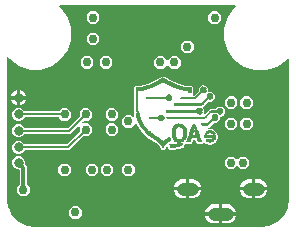
<source format=gbr>
G04 EAGLE Gerber RS-274X export*
G75*
%MOMM*%
%FSLAX34Y34*%
%LPD*%
%INBottom Copper*%
%IPPOS*%
%AMOC8*
5,1,8,0,0,1.08239X$1,22.5*%
G01*
G04 Define Apertures*
%ADD10R,0.018700X0.018738*%
%ADD11R,0.112500X0.018763*%
%ADD12R,0.037500X0.018763*%
%ADD13R,0.412500X0.018750*%
%ADD14R,0.056300X0.018750*%
%ADD15R,0.506300X0.018738*%
%ADD16R,0.093700X0.018738*%
%ADD17R,0.581300X0.018763*%
%ADD18R,0.656300X0.018738*%
%ADD19R,0.131300X0.018738*%
%ADD20R,0.731300X0.018763*%
%ADD21R,0.168700X0.018763*%
%ADD22R,0.806300X0.018750*%
%ADD23R,0.168700X0.018750*%
%ADD24R,0.037500X0.018738*%
%ADD25R,0.918800X0.018738*%
%ADD26R,0.206300X0.018738*%
%ADD27R,1.068800X0.018763*%
%ADD28R,0.243700X0.018763*%
%ADD29R,1.068800X0.018738*%
%ADD30R,0.243700X0.018738*%
%ADD31R,0.281300X0.018763*%
%ADD32R,1.068800X0.018750*%
%ADD33R,0.300000X0.018750*%
%ADD34R,0.318700X0.018738*%
%ADD35R,0.356300X0.018763*%
%ADD36R,0.693800X0.018738*%
%ADD37R,0.393700X0.018738*%
%ADD38R,0.618800X0.018763*%
%ADD39R,0.431300X0.018763*%
%ADD40R,0.525000X0.018750*%
%ADD41R,0.468700X0.018750*%
%ADD42R,0.468800X0.018738*%
%ADD43R,0.468700X0.018738*%
%ADD44R,0.375000X0.018763*%
%ADD45R,0.506300X0.018763*%
%ADD46R,0.300000X0.018738*%
%ADD47R,0.543700X0.018738*%
%ADD48R,0.150000X0.018763*%
%ADD49R,0.600000X0.018763*%
%ADD50R,0.656300X0.018750*%
%ADD51R,0.693700X0.018738*%
%ADD52R,0.168800X0.018763*%
%ADD53R,0.150000X0.018738*%
%ADD54R,0.337500X0.018738*%
%ADD55R,0.768700X0.018738*%
%ADD56R,0.318700X0.018763*%
%ADD57R,0.300000X0.018763*%
%ADD58R,0.487500X0.018763*%
%ADD59R,0.825000X0.018763*%
%ADD60R,0.431300X0.018750*%
%ADD61R,0.562500X0.018750*%
%ADD62R,0.881300X0.018750*%
%ADD63R,0.281200X0.018738*%
%ADD64R,0.637500X0.018738*%
%ADD65R,0.450000X0.018738*%
%ADD66R,0.281200X0.018763*%
%ADD67R,0.693800X0.018763*%
%ADD68R,0.468700X0.018763*%
%ADD69R,0.768800X0.018738*%
%ADD70R,0.487500X0.018738*%
%ADD71R,0.675000X0.018763*%
%ADD72R,0.806200X0.018763*%
%ADD73R,0.731300X0.018750*%
%ADD74R,0.281300X0.018750*%
%ADD75R,0.281200X0.018750*%
%ADD76R,0.843800X0.018750*%
%ADD77R,0.506300X0.018750*%
%ADD78R,0.487500X0.018750*%
%ADD79R,0.750000X0.018738*%
%ADD80R,0.881200X0.018738*%
%ADD81R,0.731200X0.018763*%
%ADD82R,0.918800X0.018763*%
%ADD83R,0.506200X0.018763*%
%ADD84R,0.731300X0.018738*%
%ADD85R,0.956200X0.018738*%
%ADD86R,0.337500X0.018763*%
%ADD87R,0.975000X0.018763*%
%ADD88R,0.450000X0.018763*%
%ADD89R,0.525000X0.018763*%
%ADD90R,0.318800X0.018750*%
%ADD91R,0.112500X0.018750*%
%ADD92R,1.012500X0.018750*%
%ADD93R,0.393700X0.018750*%
%ADD94R,0.281300X0.018738*%
%ADD95R,0.075000X0.018738*%
%ADD96R,0.431200X0.018738*%
%ADD97R,0.375000X0.018738*%
%ADD98R,0.525000X0.018738*%
%ADD99R,0.018700X0.018763*%
%ADD100R,0.393700X0.018763*%
%ADD101R,0.393800X0.018763*%
%ADD102R,0.356200X0.018763*%
%ADD103R,0.262500X0.018738*%
%ADD104R,0.356300X0.018738*%
%ADD105R,0.543800X0.018738*%
%ADD106R,0.262500X0.018763*%
%ADD107R,0.543800X0.018763*%
%ADD108R,0.243800X0.018750*%
%ADD109R,0.356200X0.018750*%
%ADD110R,0.337500X0.018750*%
%ADD111R,0.225000X0.018750*%
%ADD112R,0.543700X0.018750*%
%ADD113R,0.206200X0.018738*%
%ADD114R,1.031200X0.018763*%
%ADD115R,0.318800X0.018763*%
%ADD116R,1.031200X0.018738*%
%ADD117R,0.318800X0.018738*%
%ADD118R,0.131200X0.018738*%
%ADD119R,0.225000X0.018763*%
%ADD120R,0.093800X0.018763*%
%ADD121R,0.993800X0.018750*%
%ADD122R,0.318700X0.018750*%
%ADD123R,0.956300X0.018738*%
%ADD124R,0.993800X0.018738*%
%ADD125R,0.018800X0.018738*%
%ADD126R,0.956300X0.018763*%
%ADD127R,0.956200X0.018763*%
%ADD128R,0.956300X0.018750*%
%ADD129R,0.937500X0.018750*%
%ADD130R,0.918800X0.018750*%
%ADD131R,0.506200X0.018750*%
%ADD132R,0.937500X0.018738*%
%ADD133R,0.900000X0.018738*%
%ADD134R,0.243700X0.018750*%
%ADD135R,0.262500X0.018750*%
%ADD136R,0.468800X0.018750*%
%ADD137R,0.225000X0.018738*%
%ADD138R,0.243800X0.018763*%
%ADD139R,0.450000X0.018750*%
%ADD140R,0.431200X0.018750*%
%ADD141R,0.675000X0.018750*%
%ADD142R,0.637500X0.018763*%
%ADD143R,0.431200X0.018763*%
%ADD144R,0.581300X0.018750*%
%ADD145R,0.412500X0.018738*%
%ADD146R,0.412500X0.018763*%
%ADD147R,0.150000X0.018750*%
%ADD148R,0.393800X0.018738*%
%ADD149R,0.393800X0.018750*%
%ADD150R,0.375000X0.018750*%
%ADD151R,0.356200X0.018738*%
%ADD152R,0.356300X0.018750*%
%ADD153R,1.012500X0.018738*%
%ADD154R,0.975000X0.018750*%
%ADD155R,0.881200X0.018750*%
%ADD156R,0.843800X0.018738*%
%ADD157R,0.806200X0.018750*%
%ADD158R,0.562500X0.018763*%
%ADD159R,0.768800X0.018763*%
%ADD160R,0.581200X0.018750*%
%ADD161R,0.712500X0.018750*%
%ADD162R,0.618800X0.018750*%
%ADD163R,0.637500X0.018750*%
%ADD164R,0.243800X0.018738*%
%ADD165R,0.581200X0.018738*%
%ADD166R,0.656200X0.018763*%
%ADD167R,0.206200X0.018763*%
%ADD168R,0.075000X0.018750*%
%ADD169R,0.187500X0.018750*%
%ADD170R,0.187500X0.018738*%
%ADD171R,0.187500X0.018763*%
%ADD172R,0.131300X0.018763*%
%ADD173R,0.468800X0.018763*%
%ADD174R,3.206200X0.018763*%
%ADD175R,1.256300X0.018763*%
%ADD176R,3.243800X0.018750*%
%ADD177R,1.275000X0.018750*%
%ADD178R,3.281200X0.018750*%
%ADD179R,3.300000X0.018750*%
%ADD180R,1.293700X0.018750*%
%ADD181R,3.318700X0.018738*%
%ADD182R,1.275000X0.018738*%
%ADD183R,3.318800X0.018750*%
%ADD184R,3.318700X0.018763*%
%ADD185R,0.206300X0.018750*%
%ADD186R,0.206200X0.018750*%
%ADD187R,0.206300X0.018763*%
%ADD188R,0.112500X0.018738*%
%ADD189R,0.056300X0.018763*%
%ADD190R,0.075000X0.018763*%
%ADD191R,1.162500X0.018750*%
%ADD192R,3.037500X0.018750*%
%ADD193R,1.143800X0.018738*%
%ADD194R,3.075000X0.018738*%
%ADD195R,1.125000X0.018750*%
%ADD196R,3.075000X0.018750*%
%ADD197R,1.106300X0.018750*%
%ADD198R,3.093700X0.018750*%
%ADD199R,1.087500X0.018763*%
%ADD200R,3.075000X0.018763*%
%ADD201R,1.050000X0.018763*%
%ADD202R,3.056200X0.018763*%
%ADD203R,3.018700X0.018738*%
%ADD204R,0.168800X0.018750*%
%ADD205R,0.168700X0.018738*%
%ADD206R,2.343800X0.018750*%
%ADD207R,2.381200X0.018763*%
%ADD208R,2.400000X0.018738*%
%ADD209R,2.418700X0.018763*%
%ADD210R,2.437500X0.018738*%
%ADD211R,2.456200X0.018750*%
%ADD212R,2.456300X0.018763*%
%ADD213R,1.293800X0.018738*%
%ADD214R,2.137500X0.018738*%
%ADD215R,1.331200X0.018750*%
%ADD216R,2.156300X0.018750*%
%ADD217R,1.350000X0.018750*%
%ADD218R,2.175000X0.018750*%
%ADD219R,1.368700X0.018763*%
%ADD220R,2.193700X0.018763*%
%ADD221R,1.387500X0.018750*%
%ADD222R,1.406200X0.018738*%
%ADD223R,2.156300X0.018738*%
%ADD224R,1.406300X0.018750*%
%ADD225R,2.137500X0.018750*%
%ADD226R,0.431300X0.018738*%
%ADD227R,0.093800X0.018750*%
%ADD228R,0.618700X0.018750*%
%ADD229R,0.618700X0.018763*%
%ADD230R,0.506200X0.018738*%
%ADD231R,0.806200X0.018738*%
%ADD232R,0.900000X0.018750*%
%ADD233R,0.787500X0.018750*%
%ADD234R,0.956200X0.018750*%
%ADD235R,0.843700X0.018750*%
%ADD236R,1.031200X0.018750*%
%ADD237R,0.918700X0.018750*%
%ADD238R,1.068700X0.018763*%
%ADD239R,1.125000X0.018738*%
%ADD240R,1.181200X0.018763*%
%ADD241R,1.237500X0.018738*%
%ADD242R,1.143700X0.018738*%
%ADD243R,1.181200X0.018750*%
%ADD244R,1.331200X0.018763*%
%ADD245R,1.237500X0.018763*%
%ADD246R,1.350000X0.018738*%
%ADD247R,1.406300X0.018763*%
%ADD248R,1.068700X0.018738*%
%ADD249R,0.056200X0.018763*%
%ADD250R,0.862500X0.018763*%
%ADD251R,0.881300X0.018763*%
%ADD252R,0.862500X0.018738*%
%ADD253R,0.806300X0.018738*%
%ADD254R,0.768800X0.018750*%
%ADD255R,0.768700X0.018750*%
%ADD256R,0.768700X0.018763*%
%ADD257R,0.731200X0.018738*%
%ADD258R,0.750000X0.018763*%
%ADD259R,0.712500X0.018738*%
%ADD260R,0.693800X0.018750*%
%ADD261R,0.675000X0.018738*%
%ADD262R,0.656300X0.018763*%
%ADD263R,0.618700X0.018738*%
%ADD264R,0.600000X0.018738*%
%ADD265R,0.618800X0.018738*%
%ADD266R,1.162500X0.018738*%
%ADD267R,1.068700X0.018750*%
%ADD268R,1.012500X0.018763*%
%ADD269R,0.543700X0.018763*%
%ADD270R,0.093700X0.018750*%
%ADD271C,1.100000*%
%ADD272C,0.800000*%
%ADD273C,0.756400*%
%ADD274C,0.304800*%
%ADD275C,0.203200*%
G36*
X216019Y1279D02*
X215900Y1270D01*
X25400Y1270D01*
X25281Y1279D01*
X18060Y2423D01*
X17833Y2497D01*
X11319Y5816D01*
X11126Y5956D01*
X5956Y11126D01*
X5816Y11319D01*
X2497Y17833D01*
X2423Y18060D01*
X1279Y25281D01*
X1270Y25400D01*
X1270Y144602D01*
X1367Y144973D01*
X1565Y145203D01*
X1836Y145338D01*
X2139Y145356D01*
X2425Y145254D01*
X2648Y145049D01*
X3785Y143485D01*
X11522Y137864D01*
X20618Y134908D01*
X30182Y134908D01*
X39278Y137864D01*
X47015Y143485D01*
X52636Y151222D01*
X55592Y160318D01*
X55592Y169882D01*
X52636Y178978D01*
X47015Y186715D01*
X45451Y187852D01*
X45207Y188149D01*
X45137Y188444D01*
X45188Y188743D01*
X45351Y188998D01*
X45601Y189170D01*
X45898Y189230D01*
X194257Y189230D01*
X194629Y189133D01*
X194859Y188935D01*
X194993Y188664D01*
X195011Y188361D01*
X194910Y188075D01*
X194705Y187852D01*
X193803Y187197D01*
X188057Y179287D01*
X185035Y169988D01*
X185035Y160212D01*
X188057Y150913D01*
X193803Y143003D01*
X201713Y137257D01*
X211012Y134235D01*
X220788Y134235D01*
X230087Y137257D01*
X237997Y143003D01*
X238652Y143905D01*
X238949Y144149D01*
X239244Y144219D01*
X239543Y144168D01*
X239798Y144004D01*
X239970Y143754D01*
X240030Y143457D01*
X240030Y25400D01*
X240021Y25281D01*
X238877Y18060D01*
X238803Y17833D01*
X235484Y11319D01*
X235344Y11126D01*
X230174Y5956D01*
X229981Y5816D01*
X223467Y2497D01*
X223240Y2423D01*
X216019Y1279D01*
G37*
%LPC*%
G36*
X174802Y173694D02*
X179198Y173694D01*
X182306Y176802D01*
X182306Y181198D01*
X179198Y184306D01*
X174802Y184306D01*
X171694Y181198D01*
X171694Y176802D01*
X174802Y173694D01*
G37*
G36*
X71802Y173694D02*
X76198Y173694D01*
X79306Y176802D01*
X79306Y181198D01*
X76198Y184306D01*
X71802Y184306D01*
X68694Y181198D01*
X68694Y176802D01*
X71802Y173694D01*
G37*
G36*
X71802Y155694D02*
X76198Y155694D01*
X79306Y158802D01*
X79306Y163198D01*
X76198Y166306D01*
X71802Y166306D01*
X68694Y163198D01*
X68694Y158802D01*
X71802Y155694D01*
G37*
G36*
X151802Y148694D02*
X156198Y148694D01*
X159306Y151802D01*
X159306Y156198D01*
X156198Y159306D01*
X151802Y159306D01*
X148694Y156198D01*
X148694Y151802D01*
X151802Y148694D01*
G37*
G36*
X128802Y135694D02*
X133198Y135694D01*
X136461Y138957D01*
X136692Y139115D01*
X136988Y139180D01*
X137286Y139125D01*
X137539Y138957D01*
X140802Y135694D01*
X145198Y135694D01*
X148306Y138802D01*
X148306Y143198D01*
X145198Y146306D01*
X140802Y146306D01*
X137539Y143043D01*
X137308Y142885D01*
X137012Y142820D01*
X136714Y142875D01*
X136461Y143043D01*
X133198Y146306D01*
X128802Y146306D01*
X125694Y143198D01*
X125694Y138802D01*
X128802Y135694D01*
G37*
G36*
X82802Y135694D02*
X87198Y135694D01*
X90306Y138802D01*
X90306Y143198D01*
X87198Y146306D01*
X82802Y146306D01*
X79694Y143198D01*
X79694Y138802D01*
X82802Y135694D01*
G37*
G36*
X66802Y135694D02*
X71198Y135694D01*
X74306Y138802D01*
X74306Y143198D01*
X71198Y146306D01*
X66802Y146306D01*
X63694Y143198D01*
X63694Y138802D01*
X66802Y135694D01*
G37*
G36*
X132837Y66757D02*
X134287Y66757D01*
X135211Y67681D01*
X135236Y67807D01*
X135403Y68060D01*
X135586Y68243D01*
X135611Y68370D01*
X135778Y68623D01*
X135961Y68806D01*
X135986Y68932D01*
X136153Y69185D01*
X136340Y69372D01*
X136341Y69374D01*
X136456Y69489D01*
X136676Y69642D01*
X136971Y69711D01*
X137270Y69661D01*
X137525Y69497D01*
X137697Y69247D01*
X137757Y68950D01*
X137757Y68213D01*
X138837Y67132D01*
X139834Y67132D01*
X140120Y67077D01*
X140320Y66945D01*
X142742Y66945D01*
X142931Y67072D01*
X143229Y67132D01*
X144243Y67132D01*
X144431Y67259D01*
X144728Y67320D01*
X144993Y67320D01*
X145181Y67447D01*
X145478Y67507D01*
X145742Y67507D01*
X145931Y67634D01*
X146229Y67695D01*
X146493Y67695D01*
X146681Y67822D01*
X146978Y67882D01*
X147242Y67882D01*
X147431Y68009D01*
X147729Y68070D01*
X147993Y68070D01*
X148181Y68197D01*
X148478Y68257D01*
X150600Y68257D01*
X151493Y69150D01*
X151493Y70870D01*
X151544Y71145D01*
X151708Y71400D01*
X151958Y71572D01*
X152255Y71632D01*
X156788Y71632D01*
X157899Y72743D01*
X157924Y72871D01*
X158055Y73069D01*
X158055Y73334D01*
X158111Y73620D01*
X158273Y73865D01*
X158299Y73996D01*
X158430Y74194D01*
X158430Y74245D01*
X158481Y74520D01*
X158645Y74775D01*
X158895Y74947D01*
X159192Y75007D01*
X160245Y75007D01*
X160520Y74956D01*
X160775Y74793D01*
X160947Y74542D01*
X160968Y74439D01*
X160972Y74435D01*
X161135Y74194D01*
X161195Y73896D01*
X161195Y73820D01*
X161322Y73632D01*
X161382Y73335D01*
X161382Y73258D01*
X161510Y73069D01*
X161570Y72771D01*
X161570Y72712D01*
X162650Y71632D01*
X166725Y71632D01*
X167711Y72618D01*
X167942Y72776D01*
X168238Y72841D01*
X168536Y72786D01*
X168789Y72618D01*
X169056Y72351D01*
X169182Y72327D01*
X169427Y72164D01*
X169558Y72139D01*
X169802Y71977D01*
X169933Y71952D01*
X170132Y71820D01*
X170209Y71820D01*
X170495Y71764D01*
X170695Y71632D01*
X171147Y71632D01*
X171433Y71577D01*
X171631Y71445D01*
X174430Y71445D01*
X174618Y71572D01*
X174915Y71632D01*
X175179Y71632D01*
X175368Y71759D01*
X175666Y71820D01*
X175743Y71820D01*
X175931Y71947D01*
X176070Y71975D01*
X176306Y72134D01*
X176443Y72162D01*
X176815Y72534D01*
X177056Y72697D01*
X177193Y72725D01*
X178336Y73868D01*
X178361Y73995D01*
X178528Y74248D01*
X178899Y74618D01*
X178924Y74746D01*
X179085Y74990D01*
X179111Y75120D01*
X179273Y75365D01*
X179299Y75496D01*
X179430Y75694D01*
X179430Y76146D01*
X179486Y76432D01*
X179618Y76632D01*
X179618Y79242D01*
X179490Y79432D01*
X179430Y79729D01*
X179430Y80180D01*
X179303Y80368D01*
X179275Y80507D01*
X179115Y80744D01*
X179055Y81041D01*
X179055Y81100D01*
X178903Y81252D01*
X178740Y81494D01*
X178713Y81631D01*
X176819Y83524D01*
X176692Y83549D01*
X176440Y83716D01*
X176257Y83899D01*
X176129Y83923D01*
X175930Y84055D01*
X175854Y84055D01*
X175568Y84111D01*
X175368Y84243D01*
X175103Y84243D01*
X174817Y84299D01*
X174618Y84430D01*
X172551Y84430D01*
X172287Y84477D01*
X172029Y84637D01*
X171854Y84884D01*
X171789Y85180D01*
X171844Y85478D01*
X172012Y85731D01*
X175341Y89060D01*
X175341Y89061D01*
X175502Y89222D01*
X175502Y89222D01*
X176065Y89784D01*
X176306Y89947D01*
X176604Y90007D01*
X178743Y90007D01*
X178931Y90134D01*
X179070Y90163D01*
X179306Y90322D01*
X179443Y90350D01*
X180774Y91681D01*
X180799Y91808D01*
X180960Y92052D01*
X180986Y92182D01*
X181118Y92382D01*
X181118Y92460D01*
X181174Y92746D01*
X181305Y92944D01*
X181305Y94308D01*
X181356Y94582D01*
X181520Y94838D01*
X181770Y95009D01*
X182067Y95070D01*
X182492Y95070D01*
X182681Y95197D01*
X182979Y95257D01*
X183243Y95257D01*
X183431Y95384D01*
X183570Y95413D01*
X183806Y95572D01*
X183943Y95600D01*
X185086Y96743D01*
X185111Y96870D01*
X185278Y97123D01*
X185430Y97275D01*
X185430Y97334D01*
X185486Y97620D01*
X185618Y97820D01*
X185618Y100617D01*
X185490Y100806D01*
X185430Y101104D01*
X185430Y101163D01*
X185091Y101502D01*
X185091Y101502D01*
X183752Y102841D01*
X183752Y102841D01*
X183600Y102993D01*
X183540Y102993D01*
X183254Y103048D01*
X183055Y103180D01*
X180070Y103180D01*
X179882Y103053D01*
X179585Y102993D01*
X179525Y102993D01*
X179373Y102841D01*
X179373Y102841D01*
X178248Y101716D01*
X178006Y101553D01*
X177709Y101493D01*
X173507Y101493D01*
X173319Y101366D01*
X173022Y101305D01*
X172962Y101305D01*
X171873Y100216D01*
X171873Y100216D01*
X169481Y97824D01*
X169261Y97671D01*
X168966Y97601D01*
X168667Y97652D01*
X168412Y97815D01*
X168240Y98066D01*
X168180Y98363D01*
X168180Y100805D01*
X168053Y100993D01*
X168026Y101130D01*
X167841Y101314D01*
X167678Y101556D01*
X167651Y101693D01*
X167382Y101961D01*
X167224Y102192D01*
X167159Y102488D01*
X167214Y102786D01*
X167382Y103039D01*
X171940Y107597D01*
X172181Y107759D01*
X172478Y107820D01*
X174430Y107820D01*
X174618Y107947D01*
X174915Y108007D01*
X174975Y108007D01*
X176836Y109868D01*
X176861Y109995D01*
X176993Y110195D01*
X176993Y110272D01*
X177049Y110558D01*
X177180Y110756D01*
X177180Y112992D01*
X177053Y113180D01*
X176993Y113478D01*
X176993Y113555D01*
X176865Y113744D01*
X176838Y113881D01*
X175502Y115216D01*
X175502Y115216D01*
X175132Y115586D01*
X175004Y115611D01*
X174805Y115743D01*
X174729Y115743D01*
X174443Y115798D01*
X174243Y115930D01*
X172317Y115930D01*
X172042Y115982D01*
X171787Y116145D01*
X171615Y116395D01*
X171555Y116692D01*
X171555Y118992D01*
X171428Y119180D01*
X171400Y119319D01*
X171240Y119556D01*
X171213Y119693D01*
X169882Y121024D01*
X169755Y121049D01*
X169502Y121216D01*
X169350Y121368D01*
X168916Y121368D01*
X168630Y121423D01*
X168430Y121555D01*
X166571Y121555D01*
X166382Y121428D01*
X166084Y121368D01*
X165820Y121368D01*
X165632Y121241D01*
X165495Y121213D01*
X163784Y119502D01*
X163784Y119502D01*
X163632Y119350D01*
X163632Y119290D01*
X163576Y119004D01*
X163445Y118806D01*
X163445Y116854D01*
X163389Y116568D01*
X163222Y116315D01*
X159873Y112966D01*
X159631Y112803D01*
X159334Y112743D01*
X159050Y112743D01*
X158787Y112790D01*
X158529Y112949D01*
X158354Y113196D01*
X158289Y113493D01*
X158344Y113791D01*
X158512Y114044D01*
X158993Y114525D01*
X158993Y117305D01*
X158865Y117494D01*
X158805Y117791D01*
X158805Y119743D01*
X158678Y119931D01*
X158618Y120228D01*
X158618Y120475D01*
X157725Y121368D01*
X155507Y121368D01*
X155319Y121241D01*
X155022Y121180D01*
X154570Y121180D01*
X154382Y121053D01*
X154085Y120993D01*
X153728Y120993D01*
X153442Y121049D01*
X153244Y121180D01*
X152603Y121180D01*
X152317Y121236D01*
X152118Y121368D01*
X151479Y121368D01*
X151193Y121423D01*
X150993Y121555D01*
X150915Y121555D01*
X150629Y121611D01*
X150431Y121743D01*
X150166Y121743D01*
X149880Y121798D01*
X149680Y121930D01*
X149603Y121930D01*
X149317Y121986D01*
X149119Y122118D01*
X148853Y122118D01*
X148567Y122173D01*
X148323Y122336D01*
X148193Y122361D01*
X147993Y122493D01*
X147728Y122493D01*
X147442Y122549D01*
X147198Y122711D01*
X147068Y122736D01*
X146868Y122868D01*
X146790Y122868D01*
X146504Y122924D01*
X146306Y123055D01*
X146228Y123055D01*
X145942Y123111D01*
X145698Y123273D01*
X145568Y123298D01*
X145368Y123430D01*
X145290Y123430D01*
X145004Y123486D01*
X144760Y123648D01*
X144630Y123673D01*
X144385Y123836D01*
X144254Y123861D01*
X144056Y123993D01*
X143978Y123993D01*
X143692Y124048D01*
X143448Y124211D01*
X143318Y124236D01*
X143073Y124398D01*
X142942Y124424D01*
X142698Y124586D01*
X142568Y124611D01*
X142368Y124743D01*
X142291Y124743D01*
X142005Y124799D01*
X141752Y124966D01*
X141600Y125118D01*
X141541Y125118D01*
X141255Y125173D01*
X141010Y125336D01*
X140879Y125361D01*
X140635Y125523D01*
X140505Y125548D01*
X140260Y125711D01*
X140129Y125736D01*
X139885Y125898D01*
X139754Y125923D01*
X139510Y126086D01*
X139380Y126111D01*
X139134Y126273D01*
X139005Y126299D01*
X138752Y126466D01*
X138569Y126649D01*
X138442Y126674D01*
X138198Y126836D01*
X138067Y126861D01*
X137823Y127023D01*
X137693Y127048D01*
X137440Y127216D01*
X137257Y127399D01*
X137130Y127423D01*
X136885Y127586D01*
X136754Y127611D01*
X136510Y127773D01*
X136380Y127798D01*
X136127Y127966D01*
X135944Y128149D01*
X135817Y128174D01*
X135573Y128336D01*
X135443Y128361D01*
X135190Y128528D01*
X135007Y128711D01*
X134879Y128736D01*
X134635Y128898D01*
X134505Y128923D01*
X134305Y129055D01*
X132821Y129055D01*
X132632Y128928D01*
X132493Y128900D01*
X132257Y128741D01*
X132120Y128713D01*
X131935Y128528D01*
X131694Y128366D01*
X131555Y128337D01*
X131319Y128178D01*
X131182Y128150D01*
X130998Y127966D01*
X130756Y127803D01*
X130618Y127775D01*
X130382Y127616D01*
X130243Y127588D01*
X130007Y127428D01*
X129870Y127400D01*
X129685Y127216D01*
X129444Y127053D01*
X129305Y127025D01*
X129069Y126866D01*
X128930Y126837D01*
X128694Y126678D01*
X128555Y126650D01*
X128319Y126491D01*
X128180Y126462D01*
X127944Y126303D01*
X127807Y126275D01*
X127623Y126091D01*
X127381Y125928D01*
X127084Y125868D01*
X127025Y125868D01*
X126873Y125716D01*
X126631Y125553D01*
X126334Y125493D01*
X126257Y125493D01*
X126069Y125366D01*
X125930Y125338D01*
X125694Y125178D01*
X125555Y125150D01*
X125319Y124991D01*
X125180Y124962D01*
X124944Y124803D01*
X124805Y124775D01*
X124569Y124616D01*
X124430Y124587D01*
X124194Y124428D01*
X124055Y124400D01*
X123819Y124241D01*
X123680Y124212D01*
X123444Y124053D01*
X123147Y123993D01*
X123070Y123993D01*
X122882Y123866D01*
X122743Y123838D01*
X122507Y123678D01*
X122209Y123618D01*
X122132Y123618D01*
X121944Y123491D01*
X121805Y123463D01*
X121569Y123303D01*
X121271Y123243D01*
X121195Y123243D01*
X121007Y123116D01*
X120868Y123087D01*
X120632Y122928D01*
X120335Y122868D01*
X120071Y122868D01*
X119882Y122741D01*
X119743Y122712D01*
X119507Y122553D01*
X119210Y122493D01*
X118946Y122493D01*
X118757Y122366D01*
X118618Y122337D01*
X118382Y122178D01*
X118085Y122118D01*
X117820Y122118D01*
X117632Y121991D01*
X117335Y121930D01*
X117258Y121930D01*
X117069Y121803D01*
X116771Y121743D01*
X116507Y121743D01*
X116319Y121616D01*
X116022Y121555D01*
X115758Y121555D01*
X115569Y121428D01*
X115271Y121368D01*
X114445Y121368D01*
X114257Y121241D01*
X113960Y121180D01*
X112478Y121180D01*
X112192Y121236D01*
X111993Y121368D01*
X109963Y121368D01*
X109070Y120475D01*
X109070Y95341D01*
X109023Y95078D01*
X108864Y94820D01*
X108616Y94645D01*
X108320Y94580D01*
X108022Y94635D01*
X107769Y94803D01*
X106198Y96374D01*
X101802Y96374D01*
X98694Y93266D01*
X98694Y88870D01*
X101802Y85762D01*
X106198Y85762D01*
X109306Y88870D01*
X109306Y89011D01*
X109353Y89275D01*
X109512Y89533D01*
X109760Y89708D01*
X110056Y89773D01*
X110354Y89718D01*
X110607Y89550D01*
X110722Y89435D01*
X110885Y89194D01*
X110913Y89056D01*
X111072Y88820D01*
X111100Y88681D01*
X111260Y88444D01*
X111288Y88305D01*
X111447Y88070D01*
X111475Y87931D01*
X111635Y87694D01*
X111663Y87555D01*
X111822Y87320D01*
X111850Y87181D01*
X112010Y86944D01*
X112037Y86807D01*
X112222Y86623D01*
X112385Y86381D01*
X112413Y86243D01*
X112572Y86007D01*
X112600Y85870D01*
X112784Y85686D01*
X112947Y85444D01*
X112974Y85308D01*
X113159Y85123D01*
X113322Y84882D01*
X113349Y84745D01*
X113534Y84561D01*
X113697Y84319D01*
X113724Y84183D01*
X113909Y83998D01*
X113909Y83998D01*
X114097Y83810D01*
X114260Y83569D01*
X114287Y83432D01*
X114659Y83061D01*
X114659Y83060D01*
X115034Y82686D01*
X115197Y82444D01*
X115224Y82308D01*
X115409Y82123D01*
X115409Y82123D01*
X118623Y78909D01*
X118623Y78909D01*
X119556Y77976D01*
X119683Y77952D01*
X119935Y77784D01*
X120493Y77226D01*
X120620Y77202D01*
X120873Y77034D01*
X121431Y76476D01*
X121557Y76452D01*
X121810Y76284D01*
X122181Y75914D01*
X122308Y75889D01*
X122561Y75722D01*
X122743Y75539D01*
X122870Y75514D01*
X123123Y75347D01*
X123306Y75164D01*
X123432Y75139D01*
X123685Y74972D01*
X123868Y74789D01*
X123995Y74764D01*
X124248Y74597D01*
X124431Y74414D01*
X124558Y74389D01*
X124802Y74227D01*
X124932Y74202D01*
X125185Y74034D01*
X125368Y73851D01*
X125495Y73827D01*
X125748Y73659D01*
X125931Y73476D01*
X126058Y73452D01*
X126311Y73284D01*
X126493Y73101D01*
X126621Y73077D01*
X126865Y72914D01*
X126995Y72889D01*
X127248Y72722D01*
X127431Y72539D01*
X127558Y72514D01*
X127811Y72347D01*
X127993Y72164D01*
X128120Y72139D01*
X128373Y71972D01*
X128556Y71789D01*
X128682Y71764D01*
X128935Y71597D01*
X129498Y71034D01*
X129498Y71034D01*
X129659Y70873D01*
X129659Y70873D01*
X130222Y70310D01*
X130385Y70069D01*
X130412Y69932D01*
X130597Y69748D01*
X130760Y69506D01*
X130787Y69370D01*
X130972Y69185D01*
X131135Y68944D01*
X131163Y68805D01*
X131322Y68570D01*
X131350Y68432D01*
X131534Y68248D01*
X131697Y68007D01*
X131724Y67870D01*
X132837Y66757D01*
G37*
G36*
X4552Y112524D02*
X9476Y112524D01*
X9476Y117448D01*
X7295Y116544D01*
X5456Y114705D01*
X4552Y112524D01*
G37*
G36*
X12524Y112524D02*
X17448Y112524D01*
X16544Y114705D01*
X14705Y116544D01*
X12524Y117448D01*
X12524Y112524D01*
G37*
G36*
X188802Y101694D02*
X193198Y101694D01*
X196306Y104802D01*
X196306Y109198D01*
X193198Y112306D01*
X188802Y112306D01*
X185694Y109198D01*
X185694Y104802D01*
X188802Y101694D01*
G37*
G36*
X201802Y101694D02*
X206198Y101694D01*
X209306Y104802D01*
X209306Y109198D01*
X206198Y112306D01*
X201802Y112306D01*
X198694Y109198D01*
X198694Y104802D01*
X201802Y101694D01*
G37*
G36*
X12524Y109476D02*
X12524Y104552D01*
X14705Y105456D01*
X16544Y107295D01*
X17448Y109476D01*
X12524Y109476D01*
G37*
G36*
X7295Y105456D02*
X9476Y104552D01*
X9476Y109476D01*
X4552Y109476D01*
X5456Y107295D01*
X7295Y105456D01*
G37*
G36*
X9901Y91476D02*
X12099Y91476D01*
X14129Y92317D01*
X15683Y93871D01*
X15732Y93990D01*
X15889Y94228D01*
X16139Y94400D01*
X16436Y94460D01*
X44721Y94460D01*
X45007Y94404D01*
X45259Y94237D01*
X47802Y91694D01*
X52198Y91694D01*
X55306Y94802D01*
X55306Y99198D01*
X52198Y102306D01*
X47802Y102306D01*
X45259Y99763D01*
X45018Y99600D01*
X44721Y99540D01*
X16436Y99540D01*
X16156Y99593D01*
X15902Y99759D01*
X15732Y100010D01*
X15683Y100129D01*
X14129Y101683D01*
X12099Y102524D01*
X9901Y102524D01*
X7871Y101683D01*
X6317Y100129D01*
X5476Y98099D01*
X5476Y95901D01*
X6317Y93871D01*
X7871Y92317D01*
X9901Y91476D01*
G37*
G36*
X87802Y91694D02*
X92198Y91694D01*
X95306Y94802D01*
X95306Y99198D01*
X92198Y102306D01*
X87802Y102306D01*
X84694Y99198D01*
X84694Y94802D01*
X87802Y91694D01*
G37*
G36*
X9901Y63476D02*
X12099Y63476D01*
X14129Y64317D01*
X15683Y65871D01*
X15732Y65990D01*
X15889Y66228D01*
X16139Y66400D01*
X16436Y66460D01*
X54052Y66460D01*
X66063Y78471D01*
X66305Y78634D01*
X66602Y78694D01*
X70198Y78694D01*
X73306Y81802D01*
X73306Y86198D01*
X70198Y89306D01*
X65738Y89306D01*
X65474Y89353D01*
X65216Y89512D01*
X65041Y89760D01*
X64976Y90056D01*
X65031Y90354D01*
X65199Y90607D01*
X66063Y91471D01*
X66305Y91634D01*
X66602Y91694D01*
X70198Y91694D01*
X73306Y94802D01*
X73306Y99198D01*
X70198Y102306D01*
X65802Y102306D01*
X62694Y99198D01*
X62694Y95602D01*
X62638Y95316D01*
X62471Y95063D01*
X53171Y85763D01*
X52930Y85600D01*
X52632Y85540D01*
X16436Y85540D01*
X16156Y85593D01*
X15902Y85759D01*
X15732Y86010D01*
X15683Y86129D01*
X14129Y87683D01*
X12099Y88524D01*
X9901Y88524D01*
X7871Y87683D01*
X6317Y86129D01*
X5476Y84099D01*
X5476Y81901D01*
X6317Y79871D01*
X7871Y78317D01*
X9901Y77476D01*
X12099Y77476D01*
X14129Y78317D01*
X15683Y79871D01*
X15732Y79990D01*
X15889Y80228D01*
X16139Y80400D01*
X16436Y80460D01*
X55052Y80460D01*
X61393Y86801D01*
X61613Y86954D01*
X61908Y87024D01*
X62207Y86973D01*
X62462Y86810D01*
X62634Y86560D01*
X62694Y86262D01*
X62694Y82602D01*
X62638Y82316D01*
X62471Y82063D01*
X52171Y71763D01*
X51930Y71600D01*
X51632Y71540D01*
X16436Y71540D01*
X16156Y71593D01*
X15902Y71759D01*
X15732Y72010D01*
X15683Y72129D01*
X14129Y73683D01*
X12099Y74524D01*
X9901Y74524D01*
X7871Y73683D01*
X6317Y72129D01*
X5476Y70099D01*
X5476Y67901D01*
X6317Y65871D01*
X7871Y64317D01*
X9901Y63476D01*
G37*
G36*
X201802Y83694D02*
X206198Y83694D01*
X209306Y86802D01*
X209306Y91198D01*
X206198Y94306D01*
X201802Y94306D01*
X198694Y91198D01*
X198694Y86802D01*
X201802Y83694D01*
G37*
G36*
X188802Y83694D02*
X193198Y83694D01*
X196306Y86802D01*
X196306Y91198D01*
X193198Y94306D01*
X188802Y94306D01*
X185694Y91198D01*
X185694Y86802D01*
X188802Y83694D01*
G37*
G36*
X87802Y78694D02*
X92198Y78694D01*
X95306Y81802D01*
X95306Y86198D01*
X92198Y89306D01*
X87802Y89306D01*
X84694Y86198D01*
X84694Y81802D01*
X87802Y78694D01*
G37*
G36*
X12802Y27694D02*
X17198Y27694D01*
X20306Y30802D01*
X20306Y35198D01*
X18271Y37233D01*
X18108Y37474D01*
X18048Y37771D01*
X18048Y53263D01*
X16747Y54563D01*
X16584Y54805D01*
X16524Y55102D01*
X16524Y57099D01*
X15683Y59129D01*
X14129Y60683D01*
X12099Y61524D01*
X9901Y61524D01*
X7871Y60683D01*
X6317Y59129D01*
X5476Y57099D01*
X5476Y54901D01*
X6317Y52871D01*
X7871Y51317D01*
X9901Y50476D01*
X11190Y50476D01*
X11465Y50425D01*
X11720Y50261D01*
X11892Y50011D01*
X11952Y49714D01*
X11952Y37771D01*
X11896Y37485D01*
X11729Y37233D01*
X9694Y35198D01*
X9694Y30802D01*
X12802Y27694D01*
G37*
G36*
X188802Y50694D02*
X193198Y50694D01*
X195461Y52957D01*
X195692Y53115D01*
X195988Y53180D01*
X196286Y53125D01*
X196539Y52957D01*
X198802Y50694D01*
X203198Y50694D01*
X206306Y53802D01*
X206306Y58198D01*
X203198Y61306D01*
X198802Y61306D01*
X196539Y59043D01*
X196308Y58885D01*
X196012Y58820D01*
X195714Y58875D01*
X195461Y59043D01*
X193198Y61306D01*
X188802Y61306D01*
X185694Y58198D01*
X185694Y53802D01*
X188802Y50694D01*
G37*
G36*
X101802Y44694D02*
X106198Y44694D01*
X109306Y47802D01*
X109306Y52198D01*
X106198Y55306D01*
X101802Y55306D01*
X98694Y52198D01*
X98694Y47802D01*
X101802Y44694D01*
G37*
G36*
X83802Y44694D02*
X88198Y44694D01*
X91306Y47802D01*
X91306Y52198D01*
X88198Y55306D01*
X83802Y55306D01*
X80694Y52198D01*
X80694Y47802D01*
X83802Y44694D01*
G37*
G36*
X70802Y44694D02*
X75198Y44694D01*
X78306Y47802D01*
X78306Y52198D01*
X75198Y55306D01*
X70802Y55306D01*
X67694Y52198D01*
X67694Y47802D01*
X70802Y44694D01*
G37*
G36*
X47802Y44694D02*
X52198Y44694D01*
X55306Y47802D01*
X55306Y52198D01*
X52198Y55306D01*
X47802Y55306D01*
X44694Y52198D01*
X44694Y47802D01*
X47802Y44694D01*
G37*
G36*
X198440Y35684D02*
X208456Y35684D01*
X208456Y42200D01*
X204881Y42200D01*
X201926Y40976D01*
X199664Y38714D01*
X198440Y35759D01*
X198440Y35684D01*
G37*
G36*
X142440Y35684D02*
X152456Y35684D01*
X152456Y42200D01*
X148881Y42200D01*
X145926Y40976D01*
X143664Y38714D01*
X142440Y35759D01*
X142440Y35684D01*
G37*
G36*
X155504Y35684D02*
X165520Y35684D01*
X165520Y35759D01*
X164296Y38714D01*
X162034Y40976D01*
X159079Y42200D01*
X155504Y42200D01*
X155504Y35684D01*
G37*
G36*
X211504Y35684D02*
X221520Y35684D01*
X221520Y35759D01*
X220296Y38714D01*
X218034Y40976D01*
X215079Y42200D01*
X211504Y42200D01*
X211504Y35684D01*
G37*
G36*
X211504Y26120D02*
X215079Y26120D01*
X218034Y27344D01*
X220296Y29606D01*
X221520Y32561D01*
X221520Y32636D01*
X211504Y32636D01*
X211504Y26120D01*
G37*
G36*
X204881Y26120D02*
X208456Y26120D01*
X208456Y32636D01*
X198440Y32636D01*
X198440Y32561D01*
X199664Y29606D01*
X201926Y27344D01*
X204881Y26120D01*
G37*
G36*
X155504Y26120D02*
X159079Y26120D01*
X162034Y27344D01*
X164296Y29606D01*
X165520Y32561D01*
X165520Y32636D01*
X155504Y32636D01*
X155504Y26120D01*
G37*
G36*
X148881Y26120D02*
X152456Y26120D01*
X152456Y32636D01*
X142440Y32636D01*
X142440Y32561D01*
X143664Y29606D01*
X145926Y27344D01*
X148881Y26120D01*
G37*
G36*
X168440Y14184D02*
X180456Y14184D01*
X180456Y20700D01*
X174881Y20700D01*
X171926Y19476D01*
X169664Y17214D01*
X168440Y14259D01*
X168440Y14184D01*
G37*
G36*
X183504Y14184D02*
X195520Y14184D01*
X195520Y14259D01*
X194296Y17214D01*
X192034Y19476D01*
X189079Y20700D01*
X183504Y20700D01*
X183504Y14184D01*
G37*
G36*
X56802Y8694D02*
X61198Y8694D01*
X64306Y11802D01*
X64306Y16198D01*
X61198Y19306D01*
X56802Y19306D01*
X53694Y16198D01*
X53694Y11802D01*
X56802Y8694D01*
G37*
G36*
X183504Y4620D02*
X189079Y4620D01*
X192034Y5844D01*
X194296Y8106D01*
X195520Y11061D01*
X195520Y11136D01*
X183504Y11136D01*
X183504Y4620D01*
G37*
G36*
X174881Y4620D02*
X180456Y4620D01*
X180456Y11136D01*
X168440Y11136D01*
X168440Y11061D01*
X169664Y8106D01*
X171926Y5844D01*
X174881Y4620D01*
G37*
%LPD*%
D10*
X133563Y68375D03*
D11*
X141532Y68563D03*
D12*
X133469Y68563D03*
D13*
X141532Y68750D03*
D14*
X133563Y68750D03*
D15*
X141813Y68938D03*
D16*
X133563Y68938D03*
D17*
X142188Y69125D03*
D11*
X133469Y69125D03*
D18*
X142563Y69313D03*
D19*
X133563Y69313D03*
D20*
X142938Y69500D03*
D21*
X133563Y69500D03*
D22*
X143313Y69688D03*
D23*
X133563Y69688D03*
D24*
X149782Y69875D03*
D25*
X143875Y69875D03*
D26*
X133563Y69875D03*
D27*
X144625Y70063D03*
D28*
X133563Y70063D03*
D29*
X144625Y70250D03*
D30*
X133563Y70250D03*
D27*
X144625Y70438D03*
D31*
X133563Y70438D03*
D32*
X144625Y70625D03*
D33*
X133469Y70625D03*
D29*
X144625Y70813D03*
D34*
X133563Y70813D03*
D27*
X144625Y71000D03*
D35*
X133563Y71000D03*
D36*
X146500Y71188D03*
D24*
X139469Y71188D03*
D37*
X133563Y71188D03*
D38*
X146875Y71375D03*
D39*
X133563Y71375D03*
D40*
X147344Y71563D03*
D41*
X133563Y71563D03*
D42*
X147625Y71750D03*
D43*
X133563Y71750D03*
D44*
X148094Y71938D03*
D45*
X133563Y71938D03*
D46*
X148469Y72125D03*
D47*
X133563Y72125D03*
D48*
X148844Y72313D03*
D49*
X133656Y72313D03*
D50*
X133563Y72500D03*
D51*
X133563Y72688D03*
D52*
X147250Y72875D03*
D20*
X133563Y72875D03*
D53*
X173031Y73063D03*
D54*
X147157Y73063D03*
D55*
X133563Y73063D03*
D56*
X172938Y73250D03*
D31*
X164688Y73250D03*
D57*
X154656Y73250D03*
D58*
X147157Y73250D03*
D59*
X133656Y73250D03*
D60*
X172938Y73438D03*
D33*
X164594Y73438D03*
X154844Y73438D03*
D61*
X147157Y73438D03*
D62*
X133563Y73438D03*
D15*
X172938Y73625D03*
D63*
X164500Y73625D03*
D46*
X154844Y73625D03*
D64*
X147157Y73625D03*
D42*
X136000Y73625D03*
D65*
X131219Y73625D03*
D17*
X172938Y73813D03*
D66*
X164500Y73813D03*
D56*
X154938Y73813D03*
D67*
X147250Y73813D03*
D68*
X136188Y73813D03*
X130938Y73813D03*
D64*
X172844Y74000D03*
D46*
X164406Y74000D03*
X155031Y74000D03*
D69*
X147250Y74000D03*
D70*
X136469Y74000D03*
D42*
X130750Y74000D03*
D71*
X172844Y74188D03*
D31*
X164313Y74188D03*
D57*
X155031Y74188D03*
D72*
X147250Y74188D03*
D58*
X136657Y74188D03*
X130469Y74188D03*
D73*
X172938Y74375D03*
D74*
X164313Y74375D03*
D75*
X155125Y74375D03*
D76*
X147250Y74375D03*
D77*
X136938Y74375D03*
D78*
X130282Y74375D03*
D79*
X173031Y74563D03*
D63*
X164125Y74563D03*
D46*
X155219Y74563D03*
D80*
X147250Y74563D03*
D15*
X137313Y74563D03*
D70*
X129907Y74563D03*
D81*
X173125Y74750D03*
D66*
X164125Y74750D03*
D57*
X155219Y74750D03*
D82*
X147250Y74750D03*
D83*
X137500Y74750D03*
X129625Y74750D03*
D84*
X173313Y74938D03*
D63*
X164125Y74938D03*
D46*
X155406Y74938D03*
D85*
X147250Y74938D03*
D42*
X137500Y74938D03*
D15*
X129438Y74938D03*
D86*
X175469Y75125D03*
D52*
X170875Y75125D03*
D31*
X163938Y75125D03*
D57*
X155406Y75125D03*
D87*
X147156Y75125D03*
D88*
X137594Y75125D03*
D89*
X129156Y75125D03*
D90*
X175750Y75313D03*
D91*
X170782Y75313D03*
D74*
X163938Y75313D03*
D33*
X155406Y75313D03*
D92*
X147157Y75313D03*
D93*
X137688Y75313D03*
D40*
X128969Y75313D03*
D94*
X175938Y75500D03*
D95*
X170781Y75500D03*
D94*
X163938Y75500D03*
D46*
X155594Y75500D03*
D65*
X150156Y75500D03*
D96*
X144250Y75500D03*
D97*
X137781Y75500D03*
D98*
X128594Y75500D03*
D66*
X176125Y75688D03*
D99*
X170688Y75688D03*
D66*
X163750Y75688D03*
D57*
X155594Y75688D03*
D100*
X150438Y75688D03*
D101*
X143875Y75688D03*
D102*
X137875Y75688D03*
D89*
X128406Y75688D03*
D103*
X176219Y75875D03*
D63*
X163750Y75875D03*
D46*
X155594Y75875D03*
D97*
X150719Y75875D03*
D104*
X143688Y75875D03*
D46*
X137969Y75875D03*
D105*
X128125Y75875D03*
D106*
X176407Y76063D03*
D66*
X163750Y76063D03*
D57*
X155781Y76063D03*
D35*
X150813Y76063D03*
D102*
X143500Y76063D03*
D31*
X138063Y76063D03*
D107*
X127750Y76063D03*
D108*
X176500Y76250D03*
D74*
X163563Y76250D03*
D33*
X155781Y76250D03*
D109*
X151000Y76250D03*
D110*
X143407Y76250D03*
D111*
X138156Y76250D03*
D112*
X127563Y76250D03*
D30*
X176688Y76438D03*
D94*
X163563Y76438D03*
D46*
X155969Y76438D03*
D54*
X151094Y76438D03*
X143219Y76438D03*
D113*
X138250Y76438D03*
D47*
X127188Y76438D03*
D28*
X176688Y76625D03*
D114*
X159625Y76625D03*
D86*
X151282Y76625D03*
D115*
X143125Y76625D03*
D21*
X138438Y76625D03*
D107*
X127000Y76625D03*
D30*
X176688Y76813D03*
D116*
X159625Y76813D03*
D117*
X151375Y76813D03*
D34*
X142938Y76813D03*
D118*
X138625Y76813D03*
D105*
X126625Y76813D03*
D119*
X176781Y77000D03*
D114*
X159625Y77000D03*
D86*
X151469Y77000D03*
D56*
X142938Y77000D03*
D120*
X138625Y77000D03*
D89*
X126344Y77000D03*
D111*
X176781Y77188D03*
D121*
X159625Y77188D03*
D122*
X151563Y77188D03*
D33*
X142844Y77188D03*
D14*
X138813Y77188D03*
D112*
X126063Y77188D03*
D123*
X173313Y77375D03*
D124*
X159625Y77375D03*
D34*
X151563Y77375D03*
D46*
X142844Y77375D03*
D125*
X139000Y77375D03*
D98*
X125781Y77375D03*
D126*
X173313Y77563D03*
D87*
X159719Y77563D03*
D57*
X151656Y77563D03*
D115*
X142750Y77563D03*
D89*
X125406Y77563D03*
D123*
X173313Y77750D03*
D85*
X159625Y77750D03*
D46*
X151656Y77750D03*
X142656Y77750D03*
D98*
X125219Y77750D03*
D126*
X173313Y77938D03*
D127*
X159625Y77938D03*
D115*
X151750Y77938D03*
D57*
X142656Y77938D03*
D45*
X124938Y77938D03*
D128*
X173313Y78125D03*
D129*
X159719Y78125D03*
D33*
X151844Y78125D03*
X142656Y78125D03*
D40*
X124656Y78125D03*
D128*
X173313Y78313D03*
D130*
X159625Y78313D03*
D33*
X151844Y78313D03*
D122*
X142563Y78313D03*
D131*
X124375Y78313D03*
D128*
X173313Y78500D03*
D130*
X159625Y78500D03*
D33*
X151844Y78500D03*
X142469Y78500D03*
D77*
X124188Y78500D03*
D132*
X173219Y78688D03*
D133*
X159719Y78688D03*
D34*
X151938Y78688D03*
D46*
X142469Y78688D03*
D70*
X123907Y78688D03*
D119*
X176781Y78875D03*
X169844Y78875D03*
D106*
X162719Y78875D03*
D57*
X156719Y78875D03*
D56*
X151938Y78875D03*
D57*
X142469Y78875D03*
D58*
X123532Y78875D03*
D111*
X176781Y79063D03*
X169844Y79063D03*
D75*
X162625Y79063D03*
X156625Y79063D03*
D122*
X151938Y79063D03*
D33*
X142469Y79063D03*
D78*
X123344Y79063D03*
D111*
X176781Y79250D03*
X169844Y79250D03*
D75*
X162625Y79250D03*
D74*
X156813Y79250D03*
D33*
X152031Y79250D03*
X142469Y79250D03*
D41*
X123063Y79250D03*
D134*
X176688Y79438D03*
D111*
X169844Y79438D03*
D135*
X162532Y79438D03*
D74*
X156813Y79438D03*
D33*
X152031Y79438D03*
X142469Y79438D03*
D136*
X122875Y79438D03*
D137*
X176594Y79625D03*
X170031Y79625D03*
D103*
X162532Y79625D03*
D63*
X157000Y79625D03*
D46*
X152031Y79625D03*
D63*
X142375Y79625D03*
D70*
X122594Y79625D03*
D138*
X176500Y79813D03*
X170125Y79813D03*
D106*
X162344Y79813D03*
D66*
X157000Y79813D03*
D57*
X152031Y79813D03*
D66*
X142375Y79813D03*
D68*
X122313Y79813D03*
D134*
X176313Y80000D03*
D108*
X170125Y80000D03*
D135*
X162344Y80000D03*
D75*
X157000Y80000D03*
D33*
X152031Y80000D03*
D75*
X142375Y80000D03*
D136*
X122125Y80000D03*
D134*
X176313Y80188D03*
X170313Y80188D03*
D75*
X162250Y80188D03*
D135*
X157094Y80188D03*
D33*
X152031Y80188D03*
D75*
X142375Y80188D03*
D139*
X121844Y80188D03*
D103*
X176219Y80375D03*
X170407Y80375D03*
X162157Y80375D03*
D94*
X157188Y80375D03*
D46*
X152031Y80375D03*
D63*
X142375Y80375D03*
D65*
X121656Y80375D03*
D135*
X176032Y80562D03*
X170594Y80562D03*
X162157Y80562D03*
D74*
X157188Y80562D03*
D33*
X152031Y80562D03*
D75*
X142375Y80562D03*
D139*
X121469Y80562D03*
D66*
X175750Y80750D03*
D57*
X170781Y80750D03*
D106*
X162157Y80750D03*
D66*
X157375Y80750D03*
D57*
X152031Y80750D03*
D66*
X142375Y80750D03*
D88*
X121281Y80750D03*
D109*
X175375Y80938D03*
D110*
X171157Y80938D03*
D135*
X161969Y80938D03*
D75*
X157375Y80938D03*
D33*
X152031Y80938D03*
D75*
X142375Y80938D03*
D140*
X121000Y80938D03*
D73*
X173313Y81125D03*
D135*
X161969Y81125D03*
D75*
X157375Y81125D03*
D33*
X152031Y81125D03*
D75*
X142375Y81125D03*
D60*
X120813Y81125D03*
D51*
X173313Y81313D03*
D63*
X161875Y81313D03*
D103*
X157469Y81313D03*
D46*
X152031Y81313D03*
D63*
X142375Y81313D03*
D96*
X120625Y81313D03*
D141*
X173219Y81500D03*
D135*
X161782Y81500D03*
D74*
X157563Y81500D03*
D33*
X152031Y81500D03*
D75*
X142375Y81500D03*
D60*
X120438Y81500D03*
D142*
X173219Y81688D03*
D106*
X161782Y81688D03*
X157657Y81688D03*
D57*
X152031Y81688D03*
X142469Y81688D03*
D143*
X120250Y81688D03*
D144*
X173313Y81875D03*
D134*
X161688Y81875D03*
D135*
X157657Y81875D03*
D33*
X152031Y81875D03*
X142469Y81875D03*
D13*
X119969Y81875D03*
D40*
X173219Y82063D03*
D135*
X161594Y82063D03*
D75*
X157750Y82063D03*
D33*
X152031Y82063D03*
X142469Y82063D03*
D13*
X119782Y82063D03*
D43*
X173313Y82250D03*
D103*
X161594Y82250D03*
D63*
X157750Y82250D03*
D46*
X152031Y82250D03*
X142469Y82250D03*
D145*
X119594Y82250D03*
D93*
X173313Y82437D03*
D108*
X161500Y82437D03*
D135*
X157844Y82437D03*
D122*
X151938Y82437D03*
D33*
X142469Y82437D03*
D13*
X119407Y82437D03*
D57*
X173219Y82625D03*
D106*
X161407Y82625D03*
X157844Y82625D03*
D56*
X151938Y82625D03*
D57*
X142469Y82625D03*
D146*
X119219Y82625D03*
D147*
X173219Y82813D03*
D135*
X161407Y82813D03*
X158032Y82813D03*
D33*
X151844Y82813D03*
D122*
X142563Y82813D03*
D13*
X119032Y82813D03*
D134*
X161313Y83000D03*
D135*
X158032Y83000D03*
D33*
X151844Y83000D03*
D122*
X142563Y83000D03*
D13*
X118844Y83000D03*
D30*
X161313Y83188D03*
D103*
X158032Y83188D03*
D46*
X151844Y83188D03*
X142656Y83188D03*
D148*
X118750Y83188D03*
D134*
X161313Y83375D03*
D108*
X158125Y83375D03*
D33*
X151844Y83375D03*
X142656Y83375D03*
D93*
X118563Y83375D03*
D119*
X161219Y83563D03*
D138*
X158125Y83563D03*
D115*
X151750Y83563D03*
D57*
X142656Y83563D03*
D101*
X118375Y83563D03*
D108*
X161125Y83750D03*
D135*
X158219Y83750D03*
D33*
X151656Y83750D03*
D90*
X142750Y83750D03*
D93*
X118188Y83750D03*
D111*
X161031Y83938D03*
D134*
X158313Y83938D03*
D122*
X151563Y83938D03*
D33*
X142844Y83938D03*
D149*
X118000Y83938D03*
D137*
X161031Y84125D03*
D30*
X158313Y84125D03*
D34*
X151563Y84125D03*
X142938Y84125D03*
D37*
X117813Y84125D03*
D111*
X161031Y84312D03*
D134*
X158313Y84312D03*
D122*
X151563Y84312D03*
X142938Y84312D03*
D150*
X117719Y84312D03*
D28*
X160938Y84500D03*
D119*
X158406Y84500D03*
D115*
X151375Y84500D03*
D86*
X143032Y84500D03*
D44*
X117531Y84500D03*
D136*
X159625Y84688D03*
D110*
X151282Y84688D03*
X143219Y84688D03*
D150*
X117344Y84688D03*
D139*
X159719Y84875D03*
D110*
X151094Y84875D03*
X143219Y84875D03*
D150*
X117156Y84875D03*
D96*
X159625Y85063D03*
D151*
X151000Y85063D03*
D54*
X143407Y85063D03*
D104*
X117063Y85063D03*
D140*
X159625Y85250D03*
D152*
X150813Y85250D03*
D109*
X143500Y85250D03*
D150*
X116969Y85250D03*
D143*
X159625Y85438D03*
D44*
X150719Y85438D03*
D35*
X143688Y85438D03*
D44*
X116781Y85438D03*
D149*
X159625Y85625D03*
D150*
X150531Y85625D03*
D149*
X143875Y85625D03*
D152*
X116688Y85625D03*
D149*
X159625Y85813D03*
D140*
X150250Y85813D03*
D13*
X144157Y85813D03*
D109*
X116500Y85813D03*
D97*
X159719Y86000D03*
D153*
X147157Y86000D03*
D104*
X116313Y86000D03*
D109*
X159625Y86187D03*
D154*
X147156Y86187D03*
D110*
X116219Y86187D03*
D102*
X159625Y86375D03*
D127*
X147250Y86375D03*
D102*
X116125Y86375D03*
D110*
X159719Y86563D03*
D130*
X147250Y86563D03*
D152*
X115938Y86563D03*
D90*
X159625Y86750D03*
D155*
X147250Y86750D03*
D110*
X115844Y86750D03*
D117*
X159625Y86938D03*
D156*
X147250Y86938D03*
D151*
X115750Y86938D03*
D136*
X168625Y87125D03*
D75*
X159625Y87125D03*
D157*
X147250Y87125D03*
D110*
X115657Y87125D03*
D158*
X168532Y87313D03*
D66*
X159625Y87313D03*
D159*
X147250Y87313D03*
D86*
X115469Y87313D03*
D160*
X168625Y87500D03*
D135*
X159719Y87500D03*
D161*
X147157Y87500D03*
D109*
X115375Y87500D03*
D162*
X168625Y87688D03*
D108*
X159625Y87688D03*
D163*
X147157Y87688D03*
D110*
X115282Y87688D03*
D64*
X168719Y87875D03*
D164*
X159625Y87875D03*
D165*
X147250Y87875D03*
D54*
X115094Y87875D03*
D50*
X168813Y88062D03*
D111*
X159719Y88062D03*
D78*
X147157Y88062D03*
D110*
X115094Y88062D03*
D166*
X169000Y88250D03*
D167*
X159625Y88250D03*
D44*
X147156Y88250D03*
D86*
X114907Y88250D03*
D50*
X169188Y88438D03*
D168*
X147156Y88438D03*
D122*
X114813Y88438D03*
D169*
X171719Y88625D03*
D110*
X114719Y88625D03*
D169*
X171907Y88813D03*
D90*
X114625Y88813D03*
D170*
X172094Y89000D03*
D54*
X114532Y89000D03*
D171*
X172282Y89188D03*
D56*
X114438Y89188D03*
D170*
X172469Y89375D03*
D54*
X114344Y89375D03*
D171*
X172657Y89563D03*
D115*
X114250Y89563D03*
D169*
X172844Y89750D03*
D110*
X114157Y89750D03*
D170*
X173032Y89938D03*
D34*
X114063Y89938D03*
D171*
X173219Y90125D03*
D86*
X113969Y90125D03*
D170*
X173407Y90313D03*
D117*
X113875Y90313D03*
D171*
X173594Y90500D03*
D56*
X113688Y90500D03*
D169*
X173782Y90688D03*
D122*
X113688Y90688D03*
D170*
X173969Y90875D03*
D34*
X113688Y90875D03*
D171*
X174157Y91063D03*
D172*
X131688Y91063D03*
D115*
X113500Y91063D03*
D170*
X174344Y91250D03*
D30*
X131688Y91250D03*
D117*
X113500Y91250D03*
D171*
X174532Y91438D03*
D57*
X131781Y91438D03*
D56*
X113313Y91438D03*
D169*
X177157Y91625D03*
X174719Y91625D03*
D152*
X131688Y91625D03*
D122*
X113313Y91625D03*
D65*
X176219Y91813D03*
D37*
X131688Y91813D03*
D46*
X113219Y91813D03*
D173*
X176500Y92000D03*
D146*
X131782Y92000D03*
D115*
X113125Y92000D03*
D43*
X176688Y92188D03*
D65*
X131781Y92188D03*
D117*
X113125Y92188D03*
D173*
X176875Y92375D03*
D68*
X131688Y92375D03*
D57*
X113031Y92375D03*
D139*
X176969Y92563D03*
D41*
X131688Y92563D03*
D122*
X112938Y92563D03*
D65*
X177156Y92750D03*
D15*
X131688Y92750D03*
D46*
X112844Y92750D03*
D68*
X177063Y92938D03*
D174*
X152875Y92938D03*
D175*
X127938Y92938D03*
D57*
X112844Y92938D03*
D78*
X177157Y93125D03*
D176*
X152875Y93125D03*
D177*
X127844Y93125D03*
D90*
X112750Y93125D03*
D78*
X177157Y93313D03*
D178*
X152875Y93313D03*
D177*
X127844Y93313D03*
D33*
X112656Y93313D03*
D78*
X177157Y93500D03*
D179*
X152969Y93500D03*
D180*
X127938Y93500D03*
D33*
X112656Y93500D03*
D98*
X177156Y93688D03*
D181*
X153063Y93688D03*
D182*
X127844Y93688D03*
D34*
X112563Y93688D03*
D40*
X177156Y93875D03*
D183*
X153250Y93875D03*
D177*
X127844Y93875D03*
D33*
X112469Y93875D03*
D89*
X177156Y94063D03*
D184*
X153438Y94063D03*
D175*
X127938Y94063D03*
D57*
X112469Y94063D03*
D40*
X177156Y94250D03*
D185*
X169188Y94250D03*
D77*
X131688Y94250D03*
D33*
X112469Y94250D03*
D77*
X177063Y94438D03*
D186*
X169375Y94438D03*
D41*
X131688Y94438D03*
D33*
X112281Y94438D03*
D70*
X177157Y94625D03*
D26*
X169563Y94625D03*
D43*
X131688Y94625D03*
D46*
X112281Y94625D03*
D78*
X177157Y94812D03*
D186*
X169750Y94812D03*
D139*
X131781Y94812D03*
D33*
X112281Y94812D03*
D68*
X177063Y95000D03*
D187*
X169938Y95000D03*
D146*
X131782Y95000D03*
D56*
X112188Y95000D03*
D139*
X177156Y95188D03*
D186*
X170125Y95188D03*
D93*
X131688Y95188D03*
D33*
X112094Y95188D03*
D139*
X177156Y95375D03*
D185*
X170313Y95375D03*
D152*
X131688Y95375D03*
D33*
X112094Y95375D03*
D145*
X177157Y95563D03*
D113*
X170500Y95563D03*
D34*
X131688Y95563D03*
D46*
X112094Y95563D03*
D44*
X177156Y95750D03*
D187*
X170688Y95750D03*
D28*
X131688Y95750D03*
D66*
X112000Y95750D03*
D110*
X177157Y95938D03*
D186*
X170875Y95938D03*
D147*
X131781Y95938D03*
D75*
X112000Y95938D03*
D46*
X177156Y96125D03*
D26*
X171063Y96125D03*
D63*
X112000Y96125D03*
D119*
X177156Y96313D03*
D167*
X171250Y96313D03*
D66*
X112000Y96313D03*
D188*
X177157Y96500D03*
D26*
X171438Y96500D03*
D63*
X112000Y96500D03*
D189*
X181563Y96688D03*
D167*
X171625Y96688D03*
D190*
X164219Y96688D03*
D106*
X111907Y96688D03*
D185*
X181563Y96875D03*
X171813Y96875D03*
D111*
X164219Y96875D03*
D135*
X111907Y96875D03*
D74*
X181563Y97063D03*
D186*
X172000Y97063D03*
D75*
X164125Y97063D03*
D135*
X111907Y97063D03*
D104*
X181563Y97250D03*
D26*
X172188Y97250D03*
D54*
X164219Y97250D03*
D30*
X111813Y97250D03*
D93*
X181563Y97437D03*
D186*
X172375Y97437D03*
D150*
X164219Y97437D03*
D134*
X111813Y97437D03*
D100*
X181563Y97625D03*
D187*
X172563Y97625D03*
D146*
X164219Y97625D03*
D28*
X111813Y97625D03*
D60*
X181563Y97813D03*
D186*
X172750Y97813D03*
D140*
X164125Y97813D03*
D134*
X111813Y97813D03*
D43*
X181563Y98000D03*
D26*
X172938Y98000D03*
D65*
X164219Y98000D03*
D30*
X111813Y98000D03*
D41*
X181563Y98187D03*
D186*
X173125Y98187D03*
D136*
X164125Y98187D03*
D111*
X111719Y98187D03*
D68*
X181563Y98375D03*
D187*
X173313Y98375D03*
D58*
X164219Y98375D03*
D119*
X111719Y98375D03*
D191*
X178282Y98563D03*
D192*
X151469Y98563D03*
D111*
X111719Y98563D03*
D193*
X178375Y98750D03*
D194*
X151281Y98750D03*
D137*
X111719Y98750D03*
D195*
X178469Y98937D03*
D196*
X151281Y98937D03*
D111*
X111719Y98937D03*
D197*
X178563Y99125D03*
D198*
X151188Y99125D03*
D186*
X111625Y99125D03*
D199*
X178657Y99313D03*
D200*
X151281Y99313D03*
D167*
X111625Y99313D03*
D29*
X178750Y99500D03*
D194*
X151281Y99500D03*
D113*
X111625Y99500D03*
D201*
X178844Y99688D03*
D202*
X151375Y99688D03*
D167*
X111625Y99688D03*
D124*
X179125Y99875D03*
D203*
X151563Y99875D03*
D113*
X111625Y99875D03*
D41*
X181563Y100062D03*
D78*
X164219Y100062D03*
D186*
X111625Y100062D03*
D68*
X181563Y100250D03*
D173*
X164125Y100250D03*
D167*
X111625Y100250D03*
D43*
X181563Y100438D03*
D65*
X164219Y100438D03*
D113*
X111625Y100438D03*
D60*
X181563Y100625D03*
D140*
X164125Y100625D03*
D169*
X111532Y100625D03*
D93*
X181563Y100812D03*
D149*
X164125Y100812D03*
D169*
X111532Y100812D03*
D35*
X181563Y101000D03*
D44*
X164219Y101000D03*
D171*
X111532Y101000D03*
D122*
X181563Y101188D03*
D90*
X164125Y101188D03*
D169*
X111532Y101188D03*
D94*
X181563Y101375D03*
D103*
X164219Y101375D03*
D170*
X111532Y101375D03*
D23*
X181563Y101562D03*
D204*
X164125Y101562D03*
D169*
X111532Y101562D03*
X111532Y101750D03*
D171*
X111532Y101938D03*
D23*
X111438Y102125D03*
D205*
X111438Y102313D03*
D23*
X111438Y102500D03*
X111438Y102687D03*
X111438Y102875D03*
D21*
X111438Y103063D03*
D205*
X111438Y103250D03*
D23*
X111438Y103437D03*
D21*
X111438Y103625D03*
D205*
X111438Y103813D03*
D21*
X111438Y104000D03*
D205*
X111438Y104188D03*
D206*
X154750Y104375D03*
D23*
X111438Y104375D03*
D207*
X154750Y104563D03*
D21*
X111438Y104563D03*
D208*
X154844Y104750D03*
D205*
X111438Y104750D03*
D209*
X154938Y104938D03*
D21*
X111438Y104938D03*
D210*
X155032Y105125D03*
D205*
X111438Y105125D03*
D211*
X155125Y105312D03*
D23*
X111438Y105312D03*
D212*
X155313Y105500D03*
D48*
X111344Y105500D03*
D170*
X166844Y105688D03*
D53*
X111344Y105688D03*
D171*
X167032Y105875D03*
D48*
X111344Y105875D03*
D170*
X167219Y106063D03*
D53*
X111344Y106063D03*
D169*
X167407Y106250D03*
D147*
X111344Y106250D03*
D171*
X167594Y106438D03*
D48*
X111344Y106438D03*
D170*
X167782Y106625D03*
D53*
X111344Y106625D03*
D171*
X167969Y106813D03*
D48*
X111344Y106813D03*
D170*
X168157Y107000D03*
D53*
X111344Y107000D03*
D169*
X168344Y107187D03*
D147*
X111344Y107187D03*
D169*
X168532Y107375D03*
D147*
X111344Y107375D03*
D169*
X168719Y107562D03*
D147*
X111344Y107562D03*
D171*
X168907Y107750D03*
D48*
X111344Y107750D03*
D169*
X169094Y107938D03*
D147*
X111344Y107938D03*
D170*
X169282Y108125D03*
D53*
X138156Y108125D03*
X111344Y108125D03*
D169*
X169469Y108312D03*
D111*
X138156Y108312D03*
D147*
X111344Y108312D03*
D169*
X169657Y108500D03*
D33*
X138156Y108500D03*
D147*
X111344Y108500D03*
D171*
X169844Y108688D03*
D86*
X138157Y108688D03*
D48*
X111344Y108688D03*
D169*
X170032Y108875D03*
D93*
X138063Y108875D03*
D147*
X111344Y108875D03*
D170*
X170219Y109063D03*
D145*
X138157Y109063D03*
D53*
X111344Y109063D03*
D169*
X170407Y109250D03*
D60*
X138063Y109250D03*
D147*
X111344Y109250D03*
X173031Y109437D03*
D169*
X170594Y109437D03*
D41*
X138063Y109437D03*
D147*
X111344Y109437D03*
D88*
X172094Y109625D03*
D68*
X138063Y109625D03*
D48*
X111344Y109625D03*
D139*
X172281Y109813D03*
D78*
X138157Y109813D03*
D147*
X111344Y109813D03*
D65*
X172469Y110000D03*
D213*
X154750Y110000D03*
D214*
X129907Y110000D03*
D53*
X111344Y110000D03*
D139*
X172656Y110187D03*
D215*
X154750Y110187D03*
D216*
X129813Y110187D03*
D23*
X111438Y110187D03*
D139*
X172844Y110375D03*
D217*
X154844Y110375D03*
D218*
X129719Y110375D03*
D23*
X111438Y110375D03*
D88*
X173031Y110563D03*
D219*
X154938Y110563D03*
D220*
X129813Y110563D03*
D21*
X111438Y110563D03*
D139*
X173031Y110750D03*
D221*
X155032Y110750D03*
D218*
X129719Y110750D03*
D23*
X111438Y110750D03*
D70*
X173032Y110938D03*
D222*
X155125Y110938D03*
D223*
X129813Y110938D03*
D205*
X111438Y110938D03*
D78*
X173032Y111125D03*
D224*
X155313Y111125D03*
D225*
X129907Y111125D03*
D23*
X111438Y111125D03*
D78*
X173032Y111312D03*
D186*
X161500Y111312D03*
D78*
X138157Y111312D03*
D23*
X111438Y111312D03*
D89*
X173031Y111500D03*
D187*
X161688Y111500D03*
D68*
X138063Y111500D03*
D21*
X111438Y111500D03*
D40*
X173031Y111688D03*
D186*
X161875Y111688D03*
D41*
X138063Y111688D03*
D23*
X111438Y111688D03*
D98*
X173031Y111875D03*
D26*
X162063Y111875D03*
D226*
X138063Y111875D03*
D205*
X111438Y111875D03*
D40*
X173031Y112062D03*
D186*
X162250Y112062D03*
D13*
X138157Y112062D03*
D23*
X111438Y112062D03*
D40*
X173031Y112250D03*
D185*
X162438Y112250D03*
D93*
X138063Y112250D03*
D23*
X111438Y112250D03*
D58*
X173032Y112438D03*
D167*
X162625Y112438D03*
D86*
X138157Y112438D03*
D21*
X111438Y112438D03*
D78*
X173032Y112625D03*
D185*
X162813Y112625D03*
D33*
X138156Y112625D03*
D23*
X111438Y112625D03*
D70*
X173032Y112813D03*
D113*
X163000Y112813D03*
D30*
X138063Y112813D03*
D205*
X111438Y112813D03*
D139*
X173031Y113000D03*
D185*
X163188Y113000D03*
D23*
X138063Y113000D03*
X111438Y113000D03*
D139*
X173031Y113187D03*
D186*
X163375Y113187D03*
D23*
X111438Y113187D03*
D146*
X173032Y113375D03*
D187*
X163563Y113375D03*
D21*
X111438Y113375D03*
D150*
X173031Y113563D03*
D186*
X163750Y113563D03*
D23*
X111438Y113563D03*
D54*
X173032Y113750D03*
D26*
X163938Y113750D03*
D205*
X111438Y113750D03*
D33*
X173031Y113937D03*
D186*
X164125Y113937D03*
D23*
X111438Y113937D03*
D111*
X173031Y114125D03*
D185*
X164313Y114125D03*
D23*
X111438Y114125D03*
D11*
X173032Y114313D03*
D167*
X164500Y114313D03*
D171*
X111532Y114313D03*
D185*
X164688Y114500D03*
D169*
X111532Y114500D03*
D113*
X164875Y114688D03*
D170*
X111532Y114688D03*
D185*
X165063Y114875D03*
D227*
X155125Y114875D03*
D169*
X111532Y114875D03*
D204*
X167500Y115062D03*
D186*
X165250Y115062D03*
D204*
X155500Y115062D03*
D169*
X111532Y115062D03*
D88*
X166656Y115250D03*
D31*
X156063Y115250D03*
D171*
X111532Y115250D03*
D139*
X166844Y115438D03*
D74*
X156063Y115438D03*
D169*
X111532Y115438D03*
D65*
X167031Y115625D03*
D94*
X156063Y115625D03*
D170*
X111532Y115625D03*
D139*
X167219Y115812D03*
D33*
X155969Y115812D03*
D169*
X111532Y115812D03*
D139*
X167406Y116000D03*
D33*
X155969Y116000D03*
D169*
X111532Y116000D03*
D88*
X167594Y116188D03*
D57*
X155969Y116188D03*
D171*
X111532Y116188D03*
D42*
X167500Y116375D03*
D46*
X155969Y116375D03*
D113*
X111625Y116375D03*
D78*
X167594Y116562D03*
D33*
X155969Y116562D03*
D186*
X111625Y116562D03*
D131*
X167500Y116750D03*
D40*
X154656Y116750D03*
D109*
X112375Y116750D03*
D131*
X167500Y116937D03*
D228*
X154188Y116937D03*
D78*
X113032Y116937D03*
D83*
X167500Y117125D03*
D81*
X153625Y117125D03*
D229*
X113688Y117125D03*
D230*
X167500Y117313D03*
D231*
X153250Y117313D03*
D51*
X114063Y117313D03*
D131*
X167500Y117500D03*
D232*
X152781Y117500D03*
D233*
X114532Y117500D03*
D131*
X167500Y117687D03*
D234*
X152500Y117687D03*
D235*
X114813Y117687D03*
D131*
X167500Y117875D03*
D236*
X152125Y117875D03*
D237*
X115188Y117875D03*
D83*
X167500Y118063D03*
D238*
X151938Y118063D03*
D127*
X115375Y118063D03*
D70*
X167594Y118250D03*
D239*
X151656Y118250D03*
D116*
X115750Y118250D03*
D173*
X167500Y118438D03*
D240*
X151375Y118438D03*
D238*
X115938Y118438D03*
D42*
X167500Y118625D03*
D241*
X151094Y118625D03*
D242*
X116313Y118625D03*
D140*
X167500Y118812D03*
D177*
X150906Y118812D03*
D243*
X116500Y118812D03*
D146*
X167594Y119000D03*
D244*
X150625Y119000D03*
D245*
X116782Y119000D03*
D97*
X167594Y119188D03*
D246*
X150344Y119188D03*
D182*
X116969Y119188D03*
D86*
X167594Y119375D03*
D247*
X150063Y119375D03*
D244*
X117250Y119375D03*
D63*
X167500Y119563D03*
D170*
X156157Y119563D03*
D124*
X147625Y119563D03*
D248*
X118938Y119563D03*
D113*
X111625Y119563D03*
D111*
X167594Y119750D03*
D227*
X156625Y119750D03*
D129*
X146782Y119750D03*
D154*
X119969Y119750D03*
D168*
X110969Y119750D03*
D249*
X167500Y119938D03*
D250*
X146032Y119938D03*
D251*
X120813Y119938D03*
D252*
X145469Y120125D03*
X121469Y120125D03*
D72*
X145000Y120313D03*
D59*
X122031Y120313D03*
D253*
X144438Y120500D03*
D231*
X122500Y120500D03*
D254*
X143875Y120687D03*
D255*
X123063Y120687D03*
D159*
X143500Y120875D03*
D256*
X123438Y120875D03*
D84*
X142938Y121063D03*
D257*
X124000Y121063D03*
D20*
X142563Y121250D03*
D258*
X124469Y121250D03*
D259*
X142094Y121438D03*
X125032Y121438D03*
D260*
X141625Y121625D03*
D161*
X125407Y121625D03*
D67*
X141250Y121813D03*
X125875Y121813D03*
D261*
X140781Y122000D03*
D36*
X126250Y122000D03*
D71*
X140406Y122188D03*
D166*
X126625Y122188D03*
D261*
X140031Y122375D03*
X127094Y122375D03*
D50*
X139563Y122562D03*
D163*
X127469Y122562D03*
D262*
X139188Y122750D03*
D142*
X127844Y122750D03*
D64*
X138907Y122938D03*
X128219Y122938D03*
D142*
X138532Y123125D03*
X128594Y123125D03*
D263*
X138063Y123313D03*
D64*
X128969Y123313D03*
D163*
X137782Y123500D03*
D162*
X129250Y123500D03*
D49*
X137406Y123688D03*
D38*
X129625Y123688D03*
D264*
X137031Y123875D03*
D265*
X130000Y123875D03*
D49*
X136656Y124063D03*
X130469Y124063D03*
D266*
X133469Y124250D03*
D267*
X133563Y124437D03*
D268*
X133469Y124625D03*
D132*
X133469Y124813D03*
D251*
X133563Y125000D03*
D253*
X133563Y125188D03*
D73*
X133563Y125375D03*
D262*
X133563Y125563D03*
D263*
X133563Y125750D03*
D269*
X133563Y125938D03*
D43*
X133563Y126125D03*
D93*
X133563Y126312D03*
D35*
X133563Y126500D03*
D94*
X133563Y126688D03*
D187*
X133563Y126875D03*
D205*
X133563Y127063D03*
D270*
X133563Y127250D03*
D99*
X133563Y127438D03*
D271*
X206480Y34160D02*
X213480Y34160D01*
X187480Y12660D02*
X176480Y12660D01*
X157480Y34160D02*
X150480Y34160D01*
D272*
X11000Y56000D03*
X11000Y69000D03*
X11000Y83000D03*
X11000Y97000D03*
X11000Y111000D03*
D273*
X216000Y56000D03*
X227000Y56000D03*
X207000Y125000D03*
X218000Y125000D03*
X229000Y125000D03*
X15000Y19000D03*
X26000Y19000D03*
X37000Y19000D03*
X191000Y56000D03*
X90000Y84000D03*
X201000Y56000D03*
X104000Y91068D03*
X50000Y50000D03*
X74000Y161000D03*
X131000Y141000D03*
X104000Y50000D03*
X73000Y50000D03*
X143000Y141000D03*
X154000Y154000D03*
X86000Y50000D03*
X191000Y107000D03*
X204000Y107000D03*
X191000Y89000D03*
X204000Y89000D03*
X15000Y33000D03*
X59000Y14000D03*
X69000Y141000D03*
X85000Y141000D03*
D274*
X11000Y56000D02*
X15000Y52000D01*
D273*
X74000Y179000D03*
X177000Y179000D03*
D274*
X15000Y52000D02*
X15000Y33000D01*
D275*
X11000Y83000D02*
X54000Y83000D01*
X68000Y97000D01*
D273*
X68000Y97000D03*
D275*
X53000Y69000D02*
X11000Y69000D01*
X53000Y69000D02*
X68000Y84000D01*
D273*
X68000Y84000D03*
D275*
X50000Y97000D02*
X11000Y97000D01*
D273*
X50000Y97000D03*
X90000Y97000D03*
M02*

</source>
